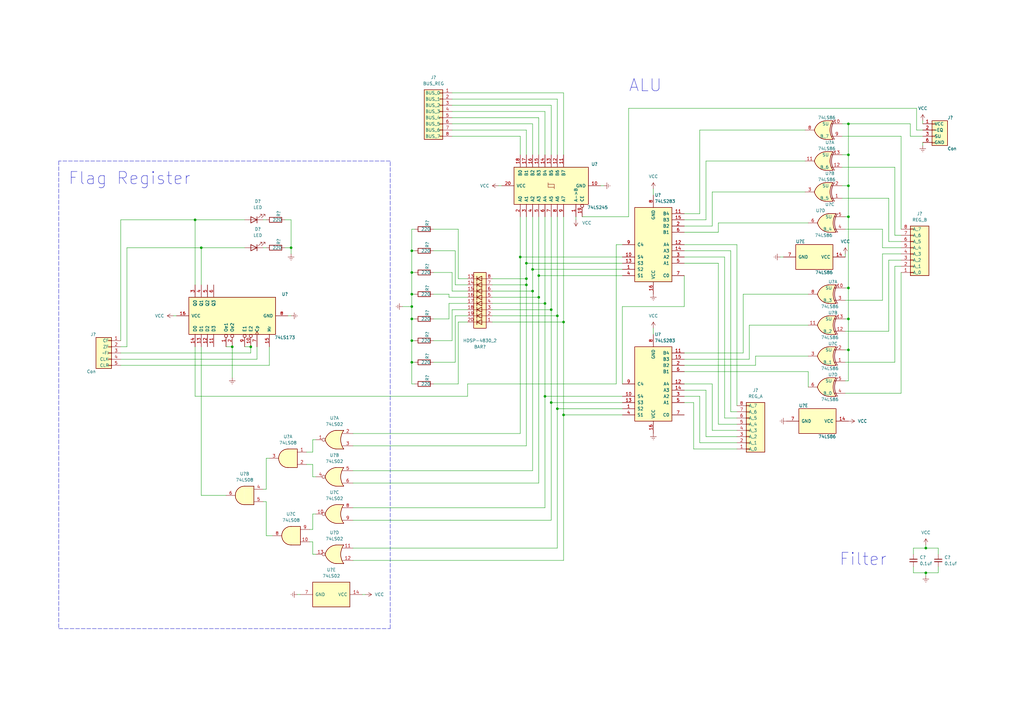
<source format=kicad_sch>
(kicad_sch (version 20211123) (generator eeschema)
  (paper "A3")
  (junction (at 223.52 162.56))
  (junction (at 95.25 142.24))
  (junction (at 80.01 90.17))
  (junction (at 220.98 113.03))
  (junction (at 82.55 101.6))
  (junction (at 218.44 119.38))
  (junction (at 379.73 224.79))
  (junction (at 226.06 165.1))
  (junction (at 215.9 116.84))
  (junction (at 168.91 130.81))
  (junction (at 168.91 120.65))
  (junction (at 223.52 124.46))
  (junction (at 218.44 110.49))
  (junction (at 228.6 167.64))
  (junction (at 347.98 118.11))
  (junction (at 231.14 170.18))
  (junction (at 102.87 142.24))
  (junction (at 168.91 125.73))
  (junction (at 379.73 234.95))
  (junction (at 119.38 101.6))
  (junction (at 347.98 76.2))
  (junction (at 168.91 102.87))
  (junction (at 347.98 88.9))
  (junction (at 168.91 148.59))
  (junction (at 215.9 107.95))
  (junction (at 168.91 111.76))
  (junction (at 347.98 50.8))
  (junction (at 347.98 143.51))
  (junction (at 215.9 114.3))
  (junction (at 347.98 130.81))
  (junction (at 220.98 121.92))
  (junction (at 228.6 129.54))
  (junction (at 168.91 139.7))
  (junction (at 226.06 127))
  (junction (at 213.36 105.41))
  (junction (at 347.98 63.5))
  (junction (at 231.14 132.08))
  (wire (pts (xy 384.81 224.79) (xy 379.73 224.79)))
  (wire (pts (xy 168.91 139.7) (xy 170.18 139.7)))
  (wire (pts (xy 95.25 142.24) (xy 95.25 154.94)))
  (wire (pts (xy 289.56 90.17) (xy 280.67 90.17)))
  (wire (pts (xy 364.49 99.06) (xy 369.57 99.06)))
  (wire (pts (xy 144.78 177.8) (xy 213.36 177.8)))
  (wire (pts (xy 345.44 63.5) (xy 347.98 63.5)))
  (wire (pts (xy 302.26 176.53) (xy 292.1 176.53)))
  (wire (pts (xy 255.27 105.41) (xy 213.36 105.41)))
  (wire (pts (xy 378.46 58.42) (xy 378.46 59.69)))
  (wire (pts (xy 170.18 157.48) (xy 168.91 157.48)))
  (wire (pts (xy 201.93 114.3) (xy 215.9 114.3)))
  (wire (pts (xy 347.98 118.11) (xy 347.98 130.81)))
  (wire (pts (xy 116.84 90.17) (xy 119.38 90.17)))
  (wire (pts (xy 297.18 171.45) (xy 297.18 105.41)))
  (wire (pts (xy 71.12 129.54) (xy 72.39 129.54)))
  (wire (pts (xy 223.52 162.56) (xy 223.52 208.28)))
  (wire (pts (xy 186.69 129.54) (xy 191.77 129.54)))
  (wire (pts (xy 168.91 130.81) (xy 168.91 125.73)))
  (wire (pts (xy 128.27 222.25) (xy 128.27 227.33)))
  (wire (pts (xy 223.52 88.9) (xy 223.52 124.46)))
  (wire (pts (xy 236.22 88.9) (xy 236.22 90.17)))
  (wire (pts (xy 330.2 53.34) (xy 287.02 53.34)))
  (wire (pts (xy 168.91 102.87) (xy 170.18 102.87)))
  (wire (pts (xy 82.55 101.6) (xy 100.33 101.6)))
  (wire (pts (xy 220.98 121.92) (xy 220.98 198.12)))
  (wire (pts (xy 369.57 161.29) (xy 369.57 111.76)))
  (wire (pts (xy 320.04 105.41) (xy 321.31 105.41)))
  (wire (pts (xy 292.1 78.74) (xy 292.1 92.71)))
  (wire (pts (xy 213.36 88.9) (xy 213.36 105.41)))
  (wire (pts (xy 218.44 50.8) (xy 185.42 50.8)))
  (wire (pts (xy 111.76 219.71) (xy 109.22 219.71)))
  (wire (pts (xy 168.91 111.76) (xy 170.18 111.76)))
  (wire (pts (xy 215.9 88.9) (xy 215.9 107.95)))
  (wire (pts (xy 309.88 149.86) (xy 280.67 149.86)))
  (wire (pts (xy 246.38 76.2) (xy 247.65 76.2)))
  (wire (pts (xy 107.95 90.17) (xy 109.22 90.17)))
  (wire (pts (xy 252.73 157.48) (xy 191.77 157.48)))
  (wire (pts (xy 228.6 167.64) (xy 255.27 167.64)))
  (wire (pts (xy 121.92 243.84) (xy 123.19 243.84)))
  (wire (pts (xy 292.1 176.53) (xy 292.1 157.48)))
  (wire (pts (xy 231.14 63.5) (xy 231.14 38.1)))
  (wire (pts (xy 302.26 181.61) (xy 287.02 181.61)))
  (wire (pts (xy 215.9 107.95) (xy 215.9 114.3)))
  (wire (pts (xy 168.91 111.76) (xy 168.91 102.87)))
  (wire (pts (xy 191.77 121.92) (xy 184.15 121.92)))
  (wire (pts (xy 292.1 92.71) (xy 280.67 92.71)))
  (wire (pts (xy 215.9 107.95) (xy 255.27 107.95)))
  (wire (pts (xy 191.77 116.84) (xy 186.69 116.84)))
  (wire (pts (xy 294.64 173.99) (xy 294.64 107.95)))
  (wire (pts (xy 373.38 55.88) (xy 378.46 55.88)))
  (wire (pts (xy 267.97 77.47) (xy 267.97 80.01)))
  (wire (pts (xy 345.44 81.28) (xy 364.49 81.28)))
  (wire (pts (xy 228.6 167.64) (xy 228.6 129.54)))
  (wire (pts (xy 346.71 123.19) (xy 361.95 123.19)))
  (wire (pts (xy 191.77 119.38) (xy 185.42 119.38)))
  (wire (pts (xy 231.14 132.08) (xy 231.14 170.18)))
  (wire (pts (xy 226.06 43.18) (xy 185.42 43.18)))
  (wire (pts (xy 347.98 50.8) (xy 373.38 50.8)))
  (wire (pts (xy 213.36 55.88) (xy 185.42 55.88)))
  (wire (pts (xy 201.93 132.08) (xy 231.14 132.08)))
  (wire (pts (xy 201.93 129.54) (xy 228.6 129.54)))
  (wire (pts (xy 148.59 243.84) (xy 149.86 243.84)))
  (wire (pts (xy 218.44 88.9) (xy 218.44 110.49)))
  (wire (pts (xy 361.95 93.98) (xy 361.95 101.6)))
  (wire (pts (xy 223.52 45.72) (xy 185.42 45.72)))
  (wire (pts (xy 361.95 104.14) (xy 369.57 104.14)))
  (wire (pts (xy 49.53 139.7) (xy 49.53 90.17)))
  (wire (pts (xy 294.64 95.25) (xy 280.67 95.25)))
  (wire (pts (xy 257.81 44.45) (xy 375.92 44.45)))
  (wire (pts (xy 125.73 185.42) (xy 128.27 185.42)))
  (wire (pts (xy 331.47 152.4) (xy 280.67 152.4)))
  (wire (pts (xy 379.73 223.52) (xy 379.73 224.79)))
  (wire (pts (xy 80.01 162.56) (xy 191.77 162.56)))
  (wire (pts (xy 80.01 90.17) (xy 80.01 116.84)))
  (wire (pts (xy 204.47 76.2) (xy 205.74 76.2)))
  (wire (pts (xy 128.27 227.33) (xy 129.54 227.33)))
  (wire (pts (xy 331.47 91.44) (xy 294.64 91.44)))
  (wire (pts (xy 109.22 219.71) (xy 109.22 205.74)))
  (wire (pts (xy 223.52 63.5) (xy 223.52 45.72)))
  (wire (pts (xy 287.02 87.63) (xy 280.67 87.63)))
  (wire (pts (xy 168.91 148.59) (xy 170.18 148.59)))
  (wire (pts (xy 367.03 109.22) (xy 369.57 109.22)))
  (wire (pts (xy 128.27 185.42) (xy 128.27 180.34)))
  (wire (pts (xy 82.55 203.2) (xy 92.71 203.2)))
  (wire (pts (xy 107.95 200.66) (xy 109.22 200.66)))
  (wire (pts (xy 375.92 53.34) (xy 378.46 53.34)))
  (wire (pts (xy 364.49 106.68) (xy 369.57 106.68)))
  (wire (pts (xy 347.98 76.2) (xy 347.98 88.9)))
  (wire (pts (xy 144.78 229.87) (xy 231.14 229.87)))
  (wire (pts (xy 302.26 100.33) (xy 280.67 100.33)))
  (wire (pts (xy 228.6 63.5) (xy 228.6 40.64)))
  (wire (pts (xy 346.71 156.21) (xy 347.98 156.21)))
  (wire (pts (xy 384.81 227.33) (xy 384.81 224.79)))
  (wire (pts (xy 346.71 143.51) (xy 347.98 143.51)))
  (wire (pts (xy 177.8 139.7) (xy 185.42 139.7)))
  (wire (pts (xy 289.56 66.04) (xy 289.56 90.17)))
  (wire (pts (xy 346.71 104.14) (xy 346.71 105.41)))
  (wire (pts (xy 116.84 101.6) (xy 119.38 101.6)))
  (wire (pts (xy 379.73 234.95) (xy 379.73 236.22)))
  (wire (pts (xy 374.65 234.95) (xy 379.73 234.95)))
  (wire (pts (xy 255.27 170.18) (xy 231.14 170.18)))
  (wire (pts (xy 231.14 88.9) (xy 231.14 132.08)))
  (wire (pts (xy 294.64 91.44) (xy 294.64 95.25)))
  (wire (pts (xy 331.47 120.65) (xy 304.8 120.65)))
  (wire (pts (xy 187.96 114.3) (xy 187.96 93.98)))
  (wire (pts (xy 302.26 173.99) (xy 294.64 173.99)))
  (wire (pts (xy 304.8 120.65) (xy 304.8 144.78)))
  (wire (pts (xy 226.06 63.5) (xy 226.06 43.18)))
  (wire (pts (xy 49.53 90.17) (xy 80.01 90.17)))
  (wire (pts (xy 346.71 130.81) (xy 347.98 130.81)))
  (wire (pts (xy 168.91 125.73) (xy 165.1 125.73)))
  (wire (pts (xy 347.98 88.9) (xy 347.98 118.11)))
  (wire (pts (xy 184.15 124.46) (xy 184.15 130.81)))
  (wire (pts (xy 185.42 139.7) (xy 185.42 127)))
  (polyline (pts (xy 160.02 257.81) (xy 160.02 66.04)))
  (wire (pts (xy 302.26 179.07) (xy 289.56 179.07)))
  (wire (pts (xy 379.73 224.79) (xy 374.65 224.79)))
  (wire (pts (xy 257.81 88.9) (xy 257.81 44.45)))
  (wire (pts (xy 107.95 101.6) (xy 109.22 101.6)))
  (wire (pts (xy 184.15 121.92) (xy 184.15 120.65)))
  (wire (pts (xy 128.27 195.58) (xy 129.54 195.58)))
  (wire (pts (xy 82.55 142.24) (xy 82.55 203.2)))
  (polyline (pts (xy 160.02 66.04) (xy 24.13 66.04)))
  (wire (pts (xy 184.15 120.65) (xy 177.8 120.65)))
  (wire (pts (xy 255.27 110.49) (xy 218.44 110.49)))
  (wire (pts (xy 187.96 132.08) (xy 191.77 132.08)))
  (wire (pts (xy 364.49 81.28) (xy 364.49 99.06)))
  (wire (pts (xy 347.98 50.8) (xy 345.44 50.8)))
  (wire (pts (xy 177.8 148.59) (xy 186.69 148.59)))
  (wire (pts (xy 292.1 157.48) (xy 280.67 157.48)))
  (wire (pts (xy 347.98 143.51) (xy 347.98 156.21)))
  (wire (pts (xy 280.67 125.73) (xy 255.27 125.73)))
  (wire (pts (xy 302.26 166.37) (xy 302.26 100.33)))
  (wire (pts (xy 220.98 48.26) (xy 185.42 48.26)))
  (wire (pts (xy 49.53 142.24) (xy 52.07 142.24)))
  (wire (pts (xy 226.06 213.36) (xy 226.06 165.1)))
  (wire (pts (xy 307.34 133.35) (xy 307.34 147.32)))
  (wire (pts (xy 287.02 53.34) (xy 287.02 87.63)))
  (wire (pts (xy 255.27 125.73) (xy 255.27 157.48)))
  (wire (pts (xy 347.98 63.5) (xy 347.98 76.2)))
  (wire (pts (xy 223.52 162.56) (xy 255.27 162.56)))
  (wire (pts (xy 215.9 53.34) (xy 185.42 53.34)))
  (wire (pts (xy 92.71 142.24) (xy 95.25 142.24)))
  (wire (pts (xy 346.71 118.11) (xy 347.98 118.11)))
  (wire (pts (xy 218.44 110.49) (xy 218.44 119.38)))
  (wire (pts (xy 144.78 198.12) (xy 220.98 198.12)))
  (wire (pts (xy 110.49 187.96) (xy 109.22 187.96)))
  (wire (pts (xy 346.71 148.59) (xy 367.03 148.59)))
  (wire (pts (xy 220.98 63.5) (xy 220.98 48.26)))
  (wire (pts (xy 226.06 165.1) (xy 226.06 127)))
  (wire (pts (xy 364.49 135.89) (xy 364.49 106.68)))
  (wire (pts (xy 287.02 162.56) (xy 280.67 162.56)))
  (wire (pts (xy 345.44 68.58) (xy 367.03 68.58)))
  (wire (pts (xy 379.73 234.95) (xy 384.81 234.95)))
  (wire (pts (xy 231.14 38.1) (xy 185.42 38.1)))
  (wire (pts (xy 331.47 152.4) (xy 331.47 158.75)))
  (wire (pts (xy 191.77 114.3) (xy 187.96 114.3)))
  (wire (pts (xy 187.96 93.98) (xy 177.8 93.98)))
  (wire (pts (xy 215.9 63.5) (xy 215.9 53.34)))
  (wire (pts (xy 100.33 142.24) (xy 102.87 142.24)))
  (wire (pts (xy 119.38 90.17) (xy 119.38 101.6)))
  (wire (pts (xy 302.26 184.15) (xy 284.48 184.15)))
  (wire (pts (xy 128.27 217.17) (xy 128.27 210.82)))
  (wire (pts (xy 287.02 181.61) (xy 287.02 162.56)))
  (wire (pts (xy 374.65 232.41) (xy 374.65 234.95)))
  (polyline (pts (xy 24.13 66.04) (xy 24.13 257.81)))
  (wire (pts (xy 218.44 119.38) (xy 218.44 193.04)))
  (wire (pts (xy 201.93 116.84) (xy 215.9 116.84)))
  (wire (pts (xy 284.48 165.1) (xy 280.67 165.1)))
  (wire (pts (xy 49.53 149.86) (xy 110.49 149.86)))
  (polyline (pts (xy 24.13 257.81) (xy 160.02 257.81)))
  (wire (pts (xy 201.93 119.38) (xy 218.44 119.38)))
  (wire (pts (xy 375.92 44.45) (xy 375.92 53.34)))
  (wire (pts (xy 331.47 146.05) (xy 309.88 146.05)))
  (wire (pts (xy 82.55 101.6) (xy 82.55 116.84)))
  (wire (pts (xy 191.77 157.48) (xy 191.77 162.56)))
  (wire (pts (xy 280.67 113.03) (xy 280.67 125.73)))
  (wire (pts (xy 215.9 116.84) (xy 215.9 182.88)))
  (wire (pts (xy 226.06 165.1) (xy 255.27 165.1)))
  (wire (pts (xy 49.53 147.32) (xy 105.41 147.32)))
  (wire (pts (xy 346.71 161.29) (xy 369.57 161.29)))
  (wire (pts (xy 191.77 124.46) (xy 184.15 124.46)))
  (wire (pts (xy 186.69 102.87) (xy 177.8 102.87)))
  (wire (pts (xy 347.98 130.81) (xy 347.98 143.51)))
  (wire (pts (xy 213.36 63.5) (xy 213.36 55.88)))
  (wire (pts (xy 80.01 162.56) (xy 80.01 142.24)))
  (wire (pts (xy 228.6 224.79) (xy 228.6 167.64)))
  (wire (pts (xy 369.57 55.88) (xy 369.57 93.98)))
  (wire (pts (xy 378.46 49.53) (xy 378.46 50.8)))
  (wire (pts (xy 361.95 101.6) (xy 369.57 101.6)))
  (wire (pts (xy 284.48 184.15) (xy 284.48 165.1)))
  (wire (pts (xy 220.98 113.03) (xy 220.98 121.92)))
  (wire (pts (xy 330.2 66.04) (xy 289.56 66.04)))
  (wire (pts (xy 255.27 100.33) (xy 252.73 100.33)))
  (wire (pts (xy 215.9 114.3) (xy 215.9 116.84)))
  (wire (pts (xy 238.76 88.9) (xy 257.81 88.9)))
  (wire (pts (xy 346.71 135.89) (xy 364.49 135.89)))
  (wire (pts (xy 289.56 179.07) (xy 289.56 160.02)))
  (wire (pts (xy 144.78 208.28) (xy 223.52 208.28)))
  (wire (pts (xy 186.69 116.84) (xy 186.69 102.87)))
  (wire (pts (xy 168.91 125.73) (xy 168.91 120.65)))
  (wire (pts (xy 168.91 120.65) (xy 168.91 111.76)))
  (wire (pts (xy 127 217.17) (xy 128.27 217.17)))
  (wire (pts (xy 144.78 193.04) (xy 218.44 193.04)))
  (wire (pts (xy 302.26 171.45) (xy 297.18 171.45)))
  (wire (pts (xy 201.93 124.46) (xy 223.52 124.46)))
  (wire (pts (xy 168.91 130.81) (xy 170.18 130.81)))
  (wire (pts (xy 223.52 124.46) (xy 223.52 162.56)))
  (wire (pts (xy 177.8 157.48) (xy 187.96 157.48)))
  (wire (pts (xy 128.27 210.82) (xy 129.54 210.82)))
  (wire (pts (xy 125.73 190.5) (xy 128.27 190.5)))
  (wire (pts (xy 102.87 144.78) (xy 102.87 142.24)))
  (wire (pts (xy 331.47 133.35) (xy 307.34 133.35)))
  (wire (pts (xy 307.34 147.32) (xy 280.67 147.32)))
  (wire (pts (xy 185.42 127) (xy 191.77 127)))
  (wire (pts (xy 109.22 205.74) (xy 107.95 205.74)))
  (wire (pts (xy 119.38 101.6) (xy 119.38 104.14)))
  (wire (pts (xy 299.72 168.91) (xy 299.72 102.87)))
  (wire (pts (xy 201.93 121.92) (xy 220.98 121.92)))
  (wire (pts (xy 213.36 105.41) (xy 213.36 177.8)))
  (wire (pts (xy 186.69 148.59) (xy 186.69 129.54)))
  (wire (pts (xy 127 222.25) (xy 128.27 222.25)))
  (wire (pts (xy 220.98 113.03) (xy 255.27 113.03)))
  (wire (pts (xy 345.44 76.2) (xy 347.98 76.2)))
  (wire (pts (xy 384.81 234.95) (xy 384.81 232.41)))
  (wire (pts (xy 187.96 157.48) (xy 187.96 132.08)))
  (wire (pts (xy 231.14 170.18) (xy 231.14 229.87)))
  (wire (pts (xy 346.71 93.98) (xy 361.95 93.98)))
  (wire (pts (xy 52.07 142.24) (xy 52.07 101.6)))
  (wire (pts (xy 185.42 119.38) (xy 185.42 111.76)))
  (wire (pts (xy 144.78 182.88) (xy 215.9 182.88)))
  (wire (pts (xy 168.91 148.59) (xy 168.91 139.7)))
  (wire (pts (xy 168.91 157.48) (xy 168.91 148.59)))
  (wire (pts (xy 330.2 78.74) (xy 292.1 78.74)))
  (wire (pts (xy 168.91 102.87) (xy 168.91 93.98)))
  (wire (pts (xy 361.95 123.19) (xy 361.95 104.14)))
  (wire (pts (xy 185.42 111.76) (xy 177.8 111.76)))
  (wire (pts (xy 168.91 93.98) (xy 170.18 93.98)))
  (wire (pts (xy 109.22 187.96) (xy 109.22 200.66)))
  (wire (pts (xy 289.56 160.02) (xy 280.67 160.02)))
  (wire (pts (xy 49.53 144.78) (xy 102.87 144.78)))
  (wire (pts (xy 218.44 63.5) (xy 218.44 50.8)))
  (wire (pts (xy 144.78 224.79) (xy 228.6 224.79)))
  (wire (pts (xy 184.15 130.81) (xy 177.8 130.81)))
  (wire (pts (xy 347.98 50.8) (xy 347.98 63.5)))
  (wire (pts (xy 367.03 96.52) (xy 369.57 96.52)))
  (wire (pts (xy 280.67 107.95) (xy 294.64 107.95)))
  (wire (pts (xy 252.73 100.33) (xy 252.73 157.48)))
  (wire (pts (xy 144.78 213.36) (xy 226.06 213.36)))
  (wire (pts (xy 346.71 88.9) (xy 347.98 88.9)))
  (wire (pts (xy 228.6 129.54) (xy 228.6 88.9)))
  (wire (pts (xy 304.8 144.78) (xy 280.67 144.78)))
  (wire (pts (xy 168.91 120.65) (xy 170.18 120.65)))
  (wire (pts (xy 110.49 142.24) (xy 110.49 149.86)))
  (wire (pts (xy 52.07 101.6) (xy 82.55 101.6)))
  (wire (pts (xy 220.98 88.9) (xy 220.98 113.03)))
  (wire (pts (xy 302.26 168.91) (xy 299.72 168.91)))
  (wire (pts (xy 345.44 55.88) (xy 369.57 55.88)))
  (wire (pts (xy 168.91 139.7) (xy 168.91 130.81)))
  (wire (pts (xy 374.65 224.79) (xy 374.65 227.33)))
  (wire (pts (xy 105.41 147.32) (xy 105.41 142.24)))
  (wire (pts (xy 128.27 180.34) (xy 129.54 180.34)))
  (wire (pts (xy 226.06 127) (xy 226.06 88.9)))
  (wire (pts (xy 280.67 102.87) (xy 299.72 102.87)))
  (wire (pts (xy 367.03 148.59) (xy 367.03 109.22)))
  (wire (pts (xy 201.93 127) (xy 226.06 127)))
  (wire (pts (xy 267.97 134.62) (xy 267.97 137.16)))
  (wire (pts (xy 373.38 50.8) (xy 373.38 55.88)))
  (wire (pts (xy 297.18 105.41) (xy 280.67 105.41)))
  (wire (pts (xy 228.6 40.64) (xy 185.42 40.64)))
  (wire (pts (xy 128.27 190.5) (xy 128.27 195.58)))
  (wire (pts (xy 367.03 68.58) (xy 367.03 96.52)))
  (wire (pts (xy 80.01 90.17) (xy 100.33 90.17)))
  (wire (pts (xy 309.88 146.05) (xy 309.88 149.86)))
  (wire (pts (xy 118.11 129.54) (xy 119.38 129.54)))
  (text "Filter" (at 344.17 232.41 0) (effects (font (size 5 5)) (justify left bottom)))
  (text "Flag Register" (at 27.94 76.2 0) (effects (font (size 5 5)) (justify left bottom)))
  (text "ALU" (at 257.81 38.1 0) (effects (font (size 5 5)) (justify left bottom)))
  (symbol (lib_id "power:Earth") (at 378.46 59.69 0) (unit 1)
    (property "Reference" "#PWR?" (effects hide))
    (property "Value" "Earth" (effects hide))
  )
  (symbol (lib_id "Device:R") (at 173.99 157.48 90) (unit 1)
    (property "Reference" "R?" (at 175.26 153.67 0) (effects (justify right)))
    (property "Value" "220" (at 172.72 157.48 90) (effects (justify right)))
    (property "Footprint" "Resistor_THT:R_Axial_DIN0204_L3.6mm_D1.6mm_P5.08mm_Horizontal" (effects hide))
  )
  (symbol (lib_id "74xx:74LS08") (at 119.38 219.71 0) (mirror y) (unit 3)
    (property "Reference" "U?" (at 119.38 210.82 0))
    (property "Value" "74LS08" (at 119.38 213.36 0))
    (property "Datasheet" "http://www.ti.com/lit/gpn/sn74LS08" (effects hide))
  )
  (symbol (lib_id "power:Earth") (at 121.92 243.84 270) (unit 1)
    (property "Reference" "#PWR?" (effects hide))
    (property "Value" "Earth" (effects hide))
  )
  (symbol (lib_id "74xx:74LS08") (at 118.11 187.96 0) (mirror y) (unit 1)
    (property "Reference" "U?" (at 118.11 179.07 0))
    (property "Value" "74LS08" (at 118.11 181.61 0))
    (property "Datasheet" "http://www.ti.com/lit/gpn/sn74LS08" (effects hide))
  )
  (symbol (lib_id "power:VCC") (at 267.97 134.62 0) (unit 1)
    (property "Reference" "#PWR?" (effects hide))
    (property "Value" "VCC" (at 267.97 129.54 0))
  )
  (symbol (lib_name "74LS86_8") (lib_id "74xx:74LS86") (at 339.09 158.75 0) (mirror y) (unit 4)
    (property "Reference" "U?" (at 341.63 153.67 0))
    (property "Value" "74LS86" (at 340.36 163.83 0))
    (property "Datasheet" "74xx/74ls86.pdf" (effects hide))
  )
  (symbol (lib_id "74xx:74LS245") (at 226.06 76.2 90) (unit 1)
    (property "Reference" "U?" (at 243.84 67.31 90))
    (property "Value" "74LS245" (at 245.11 85.09 90))
    (property "Datasheet" "http://www.ti.com/lit/gpn/sn74LS245" (effects hide))
  )
  (symbol (lib_name "74LS86_7") (lib_id "74xx:74LS86") (at 339.09 146.05 0) (mirror y) (unit 3)
    (property "Reference" "U?" (at 341.63 140.97 0))
    (property "Value" "74LS86" (at 340.36 151.13 0))
    (property "Datasheet" "74xx/74ls86.pdf" (effects hide))
  )
  (symbol (lib_id "power:VCC") (at 204.47 76.2 90) (unit 1)
    (property "Reference" "#PWR?" (effects hide))
    (property "Value" "VCC" (at 196.85 76.2 90) (effects (justify right)))
  )
  (symbol (lib_id "power:Earth") (at 322.58 172.72 270) (unit 1)
    (property "Reference" "#PWR?" (effects hide))
    (property "Value" "Earth" (effects hide))
  )
  (symbol (lib_id "Device:R") (at 113.03 90.17 90) (unit 1)
    (property "Reference" "R?" (at 114.3 86.36 0) (effects (justify right)))
    (property "Value" "220" (at 111.76 90.17 90) (effects (justify right)))
    (property "Footprint" "Resistor_THT:R_Axial_DIN0204_L3.6mm_D1.6mm_P5.08mm_Horizontal" (effects hide))
  )
  (symbol (lib_id "Register_A_Library:REG_A") (at 374.65 104.14 0) (mirror x) (unit 1)
    (property "Reference" "J?" (at 377.19 87.63 0))
    (property "Value" "REG_B" (at 377.19 90.17 0))
    (property "Footprint" "Connector_PinHeader_1.00mm:PinHeader_1x08_P1.00mm_Vertical" (effects hide))
  )
  (symbol (lib_id "power:Earth") (at 119.38 104.14 0) (unit 1)
    (property "Reference" "#PWR?" (effects hide))
    (property "Value" "Earth" (effects hide))
  )
  (symbol (lib_id "power:Earth") (at 95.25 154.94 0) (unit 1)
    (property "Reference" "#PWR?" (effects hide))
    (property "Value" "Earth" (effects hide))
  )
  (symbol (lib_id "74xx:74LS86") (at 335.28 172.72 270) (unit 5)
    (property "Reference" "U?" (at 331.47 166.37 90) (effects (justify right)))
    (property "Value" "74LS86" (at 342.9 179.07 90) (effects (justify right)))
    (property "Datasheet" "74xx/74ls86.pdf" (effects hide))
  )
  (symbol (lib_id "74xx:74LS02") (at 137.16 180.34 0) (mirror y) (unit 1)
    (property "Reference" "U?" (at 137.16 171.45 0))
    (property "Value" "74LS02" (at 137.16 173.99 0))
    (property "Datasheet" "http://www.ti.com/lit/gpn/sn74ls02" (effects hide))
  )
  (symbol (lib_id "Register_A_Library:REG_A") (at 307.34 176.53 0) (mirror x) (unit 1)
    (property "Reference" "J?" (at 309.88 160.02 0))
    (property "Value" "REG_A" (at 309.88 162.56 0))
    (property "Footprint" "Connector_PinHeader_1.00mm:PinHeader_1x08_P1.00mm_Vertical" (effects hide))
  )
  (symbol (lib_id "power:Earth") (at 119.38 129.54 90) (unit 1)
    (property "Reference" "#PWR?" (effects hide))
    (property "Value" "Earth" (effects hide))
  )
  (symbol (lib_id "power:VCC") (at 236.22 90.17 180) (unit 1)
    (property "Reference" "#PWR?" (effects hide))
    (property "Value" "VCC" (at 238.76 91.4399 0) (effects (justify right)))
  )
  (symbol (lib_id "74xx:74LS02") (at 135.89 243.84 270) (unit 5)
    (property "Reference" "U?" (at 135.89 233.68 90))
    (property "Value" "74LS02" (at 135.89 236.22 90))
    (property "Datasheet" "http://www.ti.com/lit/gpn/sn74ls02" (effects hide))
  )
  (symbol (lib_id "Device:R") (at 173.99 111.76 90) (unit 1)
    (property "Reference" "R?" (at 175.26 107.95 0) (effects (justify right)))
    (property "Value" "220" (at 172.72 111.76 90) (effects (justify right)))
    (property "Footprint" "Resistor_THT:R_Axial_DIN0204_L3.6mm_D1.6mm_P5.08mm_Horizontal" (effects hide))
  )
  (symbol (lib_id "74xx:74LS86") (at 334.01 105.41 270) (unit 5)
    (property "Reference" "U?" (at 330.2 99.06 90) (effects (justify right)))
    (property "Value" "74LS86" (at 341.63 111.76 90) (effects (justify right)))
    (property "Datasheet" "74xx/74ls86.pdf" (effects hide))
  )
  (symbol (lib_id "74xx:74LS02") (at 137.16 210.82 0) (mirror y) (unit 3)
    (property "Reference" "U?" (at 137.16 201.93 0))
    (property "Value" "74LS02" (at 137.16 204.47 0))
    (property "Datasheet" "http://www.ti.com/lit/gpn/sn74ls02" (effects hide))
  )
  (symbol (lib_id "power:VCC") (at 379.73 223.52 0) (unit 1)
    (property "Reference" "#PWR?" (effects hide))
    (property "Value" "VCC" (at 379.73 218.44 0))
  )
  (symbol (lib_name "74LS86_2") (lib_id "74xx:74LS86") (at 337.82 66.04 0) (mirror y) (unit 2)
    (property "Reference" "U?" (at 340.36 71.12 0))
    (property "Value" "74LS86" (at 339.09 60.96 0))
    (property "Datasheet" "74xx/74ls86.pdf" (effects hide))
  )
  (symbol (lib_name "74LS86_5") (lib_id "74xx:74LS86") (at 339.09 120.65 0) (mirror y) (unit 1)
    (property "Reference" "U?" (at 341.63 115.57 0))
    (property "Value" "74LS86" (at 340.36 125.73 0))
    (property "Datasheet" "74xx/74ls86.pdf" (effects hide))
  )
  (symbol (lib_id "power:Earth") (at 165.1 125.73 270) (unit 1)
    (property "Reference" "#PWR?" (effects hide))
    (property "Value" "Earth" (effects hide))
  )
  (symbol (lib_id "power:Earth") (at 267.97 177.8 0) (unit 1)
    (property "Reference" "#PWR?" (effects hide))
    (property "Value" "Earth" (effects hide))
  )
  (symbol (lib_id "power:VCC") (at 267.97 77.47 0) (unit 1)
    (property "Reference" "#PWR?" (effects hide))
    (property "Value" "VCC" (at 267.97 72.39 0))
  )
  (symbol (lib_id "Device:R") (at 173.99 139.7 90) (unit 1)
    (property "Reference" "R?" (at 175.26 135.89 0) (effects (justify right)))
    (property "Value" "220" (at 172.72 139.7 90) (effects (justify right)))
    (property "Footprint" "Resistor_THT:R_Axial_DIN0204_L3.6mm_D1.6mm_P5.08mm_Horizontal" (effects hide))
  )
  (symbol (lib_name "74LS86_3") (lib_id "74xx:74LS86") (at 337.82 78.74 0) (mirror y) (unit 3)
    (property "Reference" "U?" (at 340.36 83.82 0))
    (property "Value" "74LS86" (at 339.09 73.66 0))
    (property "Datasheet" "74xx/74ls86.pdf" (effects hide))
  )
  (symbol (lib_id "Connector_Generic:Conn_01x06") (at 383.54 55.88 0) (unit 1)
    (property "Reference" "J?" (at 388.62 48.26 0) (effects (justify left)))
    (property "Value" "Con" (at 388.62 60.96 0) (effects (justify left)))
    (property "Footprint" "Connector_PinHeader_1.00mm:PinHeader_1x06_P1.00mm_Vertical" (effects hide))
  )
  (symbol (lib_name "Earth_1") (lib_id "power:Earth") (at 379.73 236.22 0) (unit 1)
    (property "Reference" "#PWR?" (effects hide))
    (property "Value" "Earth" (effects hide))
  )
  (symbol (lib_id "power:VCC") (at 149.86 243.84 270) (unit 1)
    (property "Reference" "#PWR?" (effects hide))
    (property "Value" "VCC" (at 153.67 243.8399 90) (effects (justify left)))
  )
  (symbol (lib_id "power:Earth") (at 320.04 105.41 270) (unit 1)
    (property "Reference" "#PWR?" (effects hide))
    (property "Value" "Earth" (effects hide))
  )
  (symbol (lib_id "Device:R") (at 173.99 93.98 90) (unit 1)
    (property "Reference" "R?" (at 175.26 90.17 0) (effects (justify right)))
    (property "Value" "220" (at 172.72 93.98 90) (effects (justify right)))
    (property "Footprint" "Resistor_THT:R_Axial_DIN0204_L3.6mm_D1.6mm_P5.08mm_Horizontal" (effects hide))
  )
  (symbol (lib_id "Device:C_Small") (at 374.65 229.87 0) (unit 1)
    (property "Reference" "C?" (at 377.19 228.6062 0) (effects (justify left)))
    (property "Value" "0.1uf" (at 377.19 231.1462 0) (effects (justify left)))
  )
  (symbol (lib_name "74LS86_1") (lib_id "74xx:74LS86") (at 337.82 53.34 0) (mirror y) (unit 1)
    (property "Reference" "U?" (at 340.36 58.42 0))
    (property "Value" "74LS86" (at 339.09 48.26 0))
    (property "Datasheet" "74xx/74ls86.pdf" (effects hide))
  )
  (symbol (lib_name "Conn_01x06_1") (lib_id "Connector_Generic:Conn_01x06") (at 44.45 144.78 0) (mirror y) (unit 1)
    (property "Reference" "J?" (at 39.37 137.16 0) (effects (justify left)))
    (property "Value" "Con" (at 39.37 152.4 0) (effects (justify left)))
    (property "Footprint" "Connector_PinHeader_1.00mm:PinHeader_1x06_P1.00mm_Vertical" (effects hide))
  )
  (symbol (lib_id "Device:R") (at 113.03 101.6 90) (unit 1)
    (property "Reference" "R?" (at 114.3 97.79 0) (effects (justify right)))
    (property "Value" "220" (at 111.76 101.6 90) (effects (justify right)))
    (property "Footprint" "Resistor_THT:R_Axial_DIN0204_L3.6mm_D1.6mm_P5.08mm_Horizontal" (effects hide))
  )
  (symbol (lib_id "Device:R") (at 173.99 130.81 90) (unit 1)
    (property "Reference" "R?" (at 175.26 127 0) (effects (justify right)))
    (property "Value" "220" (at 172.72 130.81 90) (effects (justify right)))
    (property "Footprint" "Resistor_THT:R_Axial_DIN0204_L3.6mm_D1.6mm_P5.08mm_Horizontal" (effects hide))
  )
  (symbol (lib_id "power:VCC") (at 71.12 129.54 90) (unit 1)
    (property "Reference" "#PWR?" (effects hide))
    (property "Value" "VCC" (at 63.5 129.54 90) (effects (justify right)))
  )
  (symbol (lib_id "74xx:74LS283") (at 267.97 157.48 180) (unit 1)
    (property "Reference" "U?" (at 268.4906 137.16 0) (effects (justify right)))
    (property "Value" "74LS283" (at 268.4906 139.7 0) (effects (justify right)))
    (property "Datasheet" "http://www.ti.com/lit/gpn/sn74LS283" (effects hide))
  )
  (symbol (lib_id "74xx:74LS283") (at 267.97 100.33 180) (unit 1)
    (property "Reference" "U?" (at 268.4906 80.01 0) (effects (justify right)))
    (property "Value" "74LS283" (at 268.4906 82.55 0) (effects (justify right)))
    (property "Datasheet" "http://www.ti.com/lit/gpn/sn74LS283" (effects hide))
  )
  (symbol (lib_id "power:VCC") (at 378.46 49.53 0) (unit 1)
    (property "Reference" "#PWR?" (effects hide))
    (property "Value" "VCC" (at 378.46 44.45 0))
  )
  (symbol (lib_name "74LS86_6") (lib_id "74xx:74LS86") (at 339.09 133.35 0) (mirror y) (unit 2)
    (property "Reference" "U?" (at 341.63 128.27 0))
    (property "Value" "74LS86" (at 340.36 138.43 0))
    (property "Datasheet" "74xx/74ls86.pdf" (effects hide))
  )
  (symbol (lib_id "Device:R") (at 173.99 148.59 90) (unit 1)
    (property "Reference" "R?" (at 175.26 144.78 0) (effects (justify right)))
    (property "Value" "220" (at 172.72 148.59 90) (effects (justify right)))
    (property "Footprint" "Resistor_THT:R_Axial_DIN0204_L3.6mm_D1.6mm_P5.08mm_Horizontal" (effects hide))
  )
  (symbol (lib_id "Register_A_Library:BUS_REG") (at 180.34 45.72 0) (mirror y) (unit 1)
    (property "Reference" "J?" (at 177.8 31.75 0))
    (property "Value" "BUS_REG" (at 177.8 34.29 0))
    (property "Footprint" "Connector_PinHeader_1.00mm:PinHeader_1x08_P1.00mm_Vertical" (effects hide))
  )
  (symbol (lib_id "Device:R") (at 173.99 120.65 90) (unit 1)
    (property "Reference" "R?" (at 175.26 116.84 0) (effects (justify right)))
    (property "Value" "220" (at 172.72 120.65 90) (effects (justify right)))
    (property "Footprint" "Resistor_THT:R_Axial_DIN0204_L3.6mm_D1.6mm_P5.08mm_Horizontal" (effects hide))
  )
  (symbol (lib_id "74xx:74LS08") (at 100.33 203.2 0) (mirror y) (unit 2)
    (property "Reference" "U?" (at 100.33 194.31 0))
    (property "Value" "74LS08" (at 100.33 196.85 0))
    (property "Datasheet" "http://www.ti.com/lit/gpn/sn74LS08" (effects hide))
  )
  (symbol (lib_id "74xx:74LS02") (at 137.16 195.58 0) (mirror y) (unit 2)
    (property "Reference" "U?" (at 137.16 186.69 0))
    (property "Value" "74LS02" (at 137.16 189.23 0))
    (property "Datasheet" "http://www.ti.com/lit/gpn/sn74ls02" (effects hide))
  )
  (symbol (lib_id "power:Earth") (at 247.65 76.2 90) (unit 1)
    (property "Reference" "#PWR?" (effects hide))
    (property "Value" "Earth" (effects hide))
  )
  (symbol (lib_id "power:Earth") (at 267.97 120.65 0) (unit 1)
    (property "Reference" "#PWR?" (effects hide))
    (property "Value" "Earth" (effects hide))
  )
  (symbol (lib_id "power:VCC") (at 347.98 172.72 270) (unit 1)
    (property "Reference" "#PWR?" (effects hide))
    (property "Value" "VCC" (at 351.79 172.7199 90) (effects (justify left)))
  )
  (symbol (lib_id "Device:C_Small") (at 384.81 229.87 0) (unit 1)
    (property "Reference" "C?" (at 387.35 228.6062 0) (effects (justify left)))
    (property "Value" "0.1uf" (at 387.35 231.1462 0) (effects (justify left)))
  )
  (symbol (lib_id "Device:LED") (at 104.14 90.17 180) (unit 1)
    (property "Reference" "D?" (at 105.7275 82.55 0))
    (property "Value" "LED" (at 105.7275 85.09 0))
  )
  (symbol (lib_name "74LS86_4") (lib_id "74xx:74LS86") (at 339.09 91.44 0) (mirror y) (unit 4)
    (property "Reference" "U?" (at 336.55 86.36 0))
    (property "Value" "74LS86" (at 337.82 96.52 0))
    (property "Datasheet" "74xx/74ls86.pdf" (effects hide))
  )
  (symbol (lib_id "Device:LED") (at 104.14 101.6 180) (unit 1)
    (property "Reference" "D?" (at 105.7275 93.98 0))
    (property "Value" "LED" (at 105.7275 96.52 0))
  )
  (symbol (lib_id "power:VCC") (at 346.71 104.14 0) (unit 1)
    (property "Reference" "#PWR?" (effects hide))
    (property "Value" "VCC" (at 346.71 99.06 0))
  )
  (symbol (lib_id "LED:HDSP-4830_2") (at 196.85 121.92 180) (unit 1)
    (property "Reference" "BAR?" (at 196.85 142.24 0))
    (property "Value" "HDSP-4830_2" (at 196.85 139.7 0))
    (property "Footprint" "Display:HDSP-4830" (effects hide))
    (property "Datasheet" "https://docs.broadcom.com/docs/AV02-1798EN" (effects hide))
  )
  (symbol (lib_id "Device:R") (at 173.99 102.87 90) (unit 1)
    (property "Reference" "R?" (at 175.26 99.06 0) (effects (justify right)))
    (property "Value" "220" (at 172.72 102.87 90) (effects (justify right)))
    (property "Footprint" "Resistor_THT:R_Axial_DIN0204_L3.6mm_D1.6mm_P5.08mm_Horizontal" (effects hide))
  )
  (symbol (lib_id "74xx:74LS02") (at 137.16 227.33 0) (mirror y) (unit 4)
    (property "Reference" "U?" (at 137.16 218.44 0))
    (property "Value" "74LS02" (at 137.16 220.98 0))
    (property "Datasheet" "http://www.ti.com/lit/gpn/sn74ls02" (effects hide))
  )
  (symbol (lib_id "74xx:74LS173") (at 95.25 129.54 90) (unit 1)
    (property "Reference" "U?" (at 116.84 120.65 90))
    (property "Value" "74LS173" (at 116.84 138.43 90))
    (property "Datasheet" "http://www.ti.com/lit/gpn/sn74LS173" (effects hide))
  )
)
</source>
